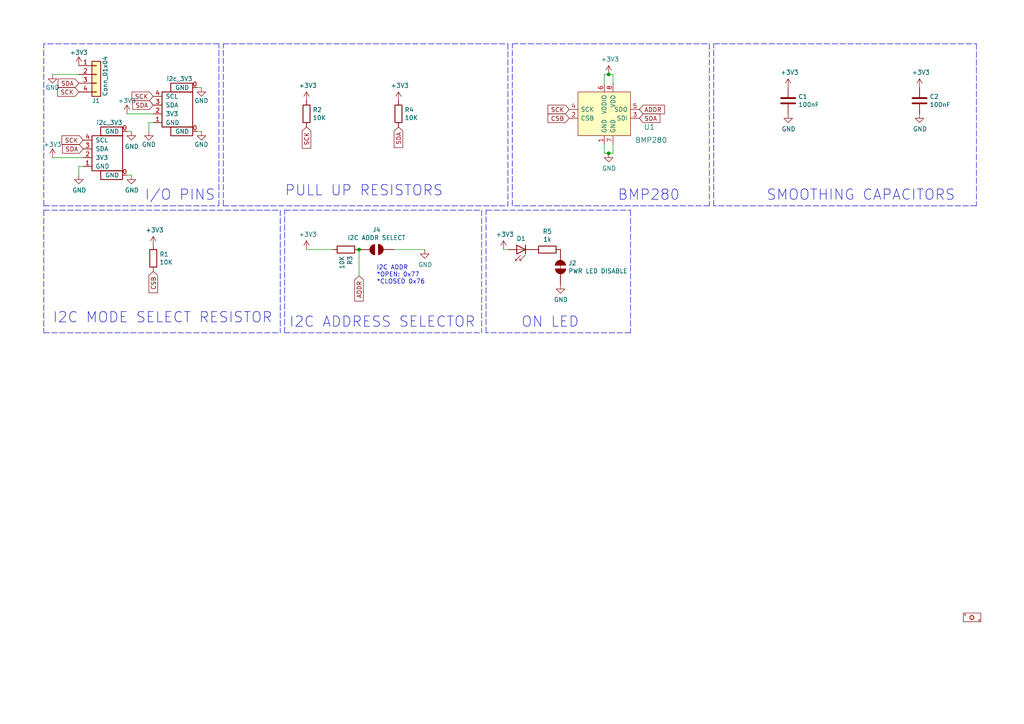
<source format=kicad_sch>
(kicad_sch (version 20211123) (generator eeschema)
  (paper "A4")
  (title_block (title "BMP280-module_3V3") (date "2021-01-04") (rev "0.2") (company "GroundStudio.ro") (comment 1 "Schematic: Victor"))
  (lib_symbols
    (symbol "BMP280_1" (pin_names (offset 0.762))
      (property "Reference" "U" (at -6.35 8.89 0))
      (property "Value" "BMP280_1" (at 5.08 -6.35 0))
      (symbol "BMP280_1_0_1"
        (rectangle (start 7.62 7.62) (end -7.62 -5.08) (fill (type background)))
      )
      (symbol "BMP280_1_1_1"
        (pin power_in line (at 0 -7.62 90) (length 2.54) (name "GND") (number "1"))
        (pin input line (at -10.16 0 0) (length 2.54) (name "CSB") (number "2"))
        (pin bidirectional line (at 10.16 0 180) (length 2.54) (name "SDI") (number "3"))
        (pin input line (at -10.16 2.54 0) (length 2.54) (name "SCK") (number "4"))
        (pin bidirectional line (at 10.16 2.54 180) (length 2.54) (name "SDO") (number "5"))
        (pin power_in line (at 0 10.16 270) (length 2.54) (name "VDDIO") (number "6"))
        (pin power_in line (at 2.54 -7.62 90) (length 2.54) (name "GND") (number "7"))
        (pin power_in line (at 2.54 10.16 270) (length 2.54) (name "VDD") (number "8"))
      )
    )
    (symbol "GS_Local:+3.3V" (power) (pin_names (offset 0))
      (property "Value" "+3.3V" (at 0 3.556 0))
      (symbol "+3.3V_0_1"
        (polyline (pts (xy -0.762 1.27) (xy 0 2.54)))
        (polyline (pts (xy 0 0) (xy 0 2.54)))
        (polyline (pts (xy 0 2.54) (xy 0.762 1.27)))
      )
      (symbol "+3.3V_1_1"
        (pin power_in line (at 0 0 90) (length 0) hide (name "+3V3") (number "1"))
      )
    )
    (symbol "GS_Local:+3V3" (power) (pin_names (offset 0))
      (property "Value" "+3V3" (at 0 3.556 0))
      (symbol "+3V3_0_1"
        (polyline (pts (xy -0.762 1.27) (xy 0 2.54)))
        (polyline (pts (xy 0 0) (xy 0 2.54)))
        (polyline (pts (xy 0 2.54) (xy 0.762 1.27)))
      )
      (symbol "+3V3_1_1"
        (pin power_in line (at 0 0 90) (length 0) hide (name "+3V3") (number "1"))
      )
    )
    (symbol "GS_Local:BMP280" (pin_names (offset 0.762))
      (property "Reference" "U" (at -6.35 8.89 0))
      (property "Value" "BMP280" (at 5.08 -6.35 0))
      (symbol "BMP280_0_1"
        (rectangle (start 7.62 7.62) (end -7.62 -5.08) (fill (type background)))
      )
      (symbol "BMP280_1_1"
        (pin power_in line (at 0 -7.62 90) (length 2.54) (name "GND") (number "1"))
        (pin input line (at -10.16 0 0) (length 2.54) (name "CSB") (number "2"))
        (pin bidirectional line (at 10.16 0 180) (length 2.54) (name "SDI") (number "3"))
        (pin input line (at -10.16 2.54 0) (length 2.54) (name "SCK") (number "4"))
        (pin bidirectional line (at 10.16 2.54 180) (length 2.54) (name "SDO") (number "5"))
        (pin power_in line (at 0 10.16 270) (length 2.54) (name "VDDIO") (number "6"))
        (pin power_in line (at 2.54 -7.62 90) (length 2.54) (name "GND") (number "7"))
        (pin power_in line (at 2.54 10.16 270) (length 2.54) (name "VDD") (number "8"))
      )
    )
    (symbol "GS_Local:C" (pin_numbers hide) (pin_names (offset 0.254))
      (property "Reference" "C" (at 0.635 2.54 0))
      (property "Value" "C" (at 0.635 -2.54 0))
      (symbol "C_0_1"
        (polyline (pts (xy -2.032 -0.762) (xy 2.032 -0.762)) (stroke (width 0.508)))
        (polyline (pts (xy -2.032 0.762) (xy 2.032 0.762)) (stroke (width 0.508)))
      )
      (symbol "C_1_1"
        (pin passive line (at 0 3.81 270) (length 2.794) (name "~") (number "1"))
        (pin passive line (at 0 -3.81 90) (length 2.794) (name "~") (number "2"))
      )
    )
    (symbol "GS_Local:Conn_01x04" (pin_names (offset 1.016) hide)
      (property "Reference" "J" (at 0 5.08 0))
      (property "Value" "Conn_01x04" (at 0 -7.62 0))
      (symbol "Conn_01x04_1_1"
        (rectangle (start -1.27 -4.953) (end 0 -5.207) (stroke (width 0.1524)))
        (rectangle (start -1.27 -2.413) (end 0 -2.667) (stroke (width 0.1524)))
        (rectangle (start -1.27 0.127) (end 0 -0.127) (stroke (width 0.1524)))
        (rectangle (start -1.27 2.667) (end 0 2.413) (stroke (width 0.1524)))
        (rectangle (start -1.27 3.81) (end 1.27 -6.35) (stroke (width 0.254)) (fill (type background)))
        (pin passive line (at -5.08 2.54 0) (length 3.81) (name "Pin_1") (number "1"))
        (pin passive line (at -5.08 0 0) (length 3.81) (name "Pin_2") (number "2"))
        (pin passive line (at -5.08 -2.54 0) (length 3.81) (name "Pin_3") (number "3"))
        (pin passive line (at -5.08 -5.08 0) (length 3.81) (name "Pin_4") (number "4"))
      )
    )
    (symbol "GS_Local:DY-IR333C-A" (pin_numbers hide) (pin_names (offset 1.016) hide)
      (property "Reference" "D" (at 0.508 1.778 0))
      (property "Value" "DY-IR333C-A" (at -1.016 -2.794 0))
      (symbol "DY-IR333C-A_0_1"
        (polyline (pts (xy -2.54 1.27) (xy -2.54 -1.27)) (stroke (width 0.254)))
        (polyline (pts (xy 0 0) (xy -2.54 0)))
        (polyline (pts (xy 0.381 3.175) (xy -0.127 3.175)))
        (polyline (pts (xy -1.143 1.651) (xy 0.381 3.175) (xy 0.381 2.667)))
        (polyline (pts (xy 0 -1.27) (xy -2.54 0) (xy 0 1.27) (xy 0 -1.27)) (stroke (width 0.254)))
        (polyline (pts (xy -2.413 1.651) (xy -0.889 3.175) (xy -0.889 2.667) (xy -0.889 3.175) (xy -1.397 3.175)))
      )
      (symbol "DY-IR333C-A_1_1"
        (pin passive line (at -5.08 0 0) (length 2.54) (name "K") (number "1"))
        (pin passive line (at 2.54 0 180) (length 2.54) (name "A") (number "2"))
      )
    )
    (symbol "GS_Local:GND" (power) (pin_names (offset 0))
      (property "Value" "GND" (at 0 -3.81 0))
      (symbol "GND_0_1"
        (polyline (pts (xy 0 0) (xy 0 -1.27) (xy 1.27 -1.27) (xy 0 -2.54) (xy -1.27 -1.27) (xy 0 -1.27)))
      )
      (symbol "GND_1_1"
        (pin power_in line (at 0 0 270) (length 0) hide (name "GND") (number "1"))
      )
    )
    (symbol "GS_Local:PCB" (pin_names (offset 1.016))
      (symbol "PCB_0_1"
        (rectangle (start -2.54 1.27) (end 2.54 -1.27))
        (circle (center -2.032 0.7874) (radius 0.1778) (fill (type background)))
        (rectangle (start -0.5334 0.4318) (end 0.381 -0.4826) (fill (type background)))
        (polyline (pts (xy -0.254 -0.4826) (xy -0.254 -0.7874)))
        (polyline (pts (xy 0.1016 -0.5334) (xy 0.1016 -0.8128)))
        (polyline (pts (xy 0.381 0.1524) (xy 0.6604 0.1524)))
        (polyline (pts (xy 0.4064 -0.2032) (xy 0.6858 -0.2032)))
      )
      (symbol "PCB_1_1"
        (polyline (pts (xy -0.8636 -0.2032) (xy -0.5842 -0.2032)))
        (polyline (pts (xy -0.8636 0.2032) (xy -0.5842 0.2032)))
        (polyline (pts (xy -0.254 0.508) (xy -0.254 0.7874)))
        (polyline (pts (xy 0.1016 0.508) (xy 0.1016 0.7874)))
        (circle (center 2.1082 -0.8128) (radius 0.1778) (fill (type background)))
      )
    )
    (symbol "GS_Local:R" (pin_numbers hide) (pin_names (offset 0))
      (property "Reference" "R" (at 2.032 0 90))
      (property "Value" "R" (at 0 0 90))
      (symbol "R_0_1"
        (rectangle (start -1.016 -2.54) (end 1.016 2.54) (stroke (width 0.254)))
      )
      (symbol "R_1_1"
        (pin passive line (at 0 3.81 270) (length 1.27) (name "~") (number "1"))
        (pin passive line (at 0 -3.81 90) (length 1.27) (name "~") (number "2"))
      )
    )
    (symbol "GS_Local:SolderJumper_NC" (pin_numbers hide) (pin_names (offset 0) hide)
      (property "Reference" "J" (at 0 10.16 0))
      (property "Value" "SolderJumper_NC" (at 3.81 0 90))
      (symbol "SolderJumper_NC_0_1"
        (polyline (pts (xy 1.524 0.508) (xy -1.524 0.508)))
        (polyline (pts (xy 0 0.6604) (xy 0 -0.6096) (xy 0.0508 -0.7112)))
        (arc (start 1.4986 0.508) (mid -0.0254 1.982) (end -1.5494 0.508) (fill (type outline)))
      )
      (symbol "SolderJumper_NC_1_1"
        (arc (start -1.4986 -0.508) (mid 0.0254 -1.982) (end 1.5494 -0.508) (fill (type outline)))
        (polyline (pts (xy -1.524 -0.508) (xy 1.524 -0.508)))
        (pin passive line (at 0 5.08 270) (length 2.9972) (name "1") (number "1"))
        (pin passive line (at 0 -5.08 90) (length 2.9972) (name "2") (number "2"))
      )
    )
    (symbol "GS_Local:SolderJumper_NO" (pin_numbers hide) (pin_names (offset 0) hide)
      (property "Reference" "J" (at 0 10.16 0))
      (property "Value" "SolderJumper_NO" (at 3.81 0 90))
      (symbol "SolderJumper_NO_0_1"
        (polyline (pts (xy 1.524 0.508) (xy -1.524 0.508)))
        (arc (start 1.4986 0.508) (mid -0.0254 1.982) (end -1.5494 0.508) (fill (type outline)))
      )
      (symbol "SolderJumper_NO_1_1"
        (arc (start -1.4986 -0.508) (mid 0.0254 -1.982) (end 1.5494 -0.508) (fill (type outline)))
        (polyline (pts (xy -1.524 -0.508) (xy 1.524 -0.508)))
        (pin passive line (at 0 5.08 270) (length 2.9972) (name "1") (number "1"))
        (pin passive line (at 0 -5.08 90) (length 2.9972) (name "2") (number "2"))
      )
    )
    (symbol "GS_Local:i2c_3V3" (pin_names (offset 1.016))
      (property "Value" "i2c_3V3" (at -6.35 7.62 0))
      (symbol "i2c_3V3_0_1"
        (rectangle (start -3.81 5.08) (end 5.08 -5.08) (stroke (width 0.254)))
        (rectangle (start 5.08 -5.08) (end -1.27 -7.62) (stroke (width 0.254)))
        (rectangle (start 5.08 5.08) (end -1.27 7.62) (stroke (width 0.254)))
      )
      (symbol "i2c_3V3_1_1"
        (pin input line (at 6.35 -6.35 180) (length 1.27) (name "GND") (number "0"))
        (pin input line (at 6.35 6.35 180) (length 1.27) (name "GND") (number "0"))
        (pin power_in line (at -6.35 -3.81 0) (length 2.54) (name "GND") (number "1"))
        (pin power_in line (at -6.35 -1.27 0) (length 2.54) (name "3V3") (number "2"))
        (pin bidirectional line (at -6.35 1.27 0) (length 2.54) (name "SDA") (number "3"))
        (pin bidirectional line (at -6.35 3.81 0) (length 2.54) (name "SCL") (number "4"))
      )
    )
  )
  (junction (at 104.14 72.39))
  (junction (at 176.53 21.59))
  (junction (at 176.53 44.45))
  (wire (pts (xy 22.86 50.8) (xy 22.86 48.26)))
  (polyline (pts (xy 64.77 59.69) (xy 147.32 59.69)))
  (wire (pts (xy 57.15 38.1) (xy 58.42 38.1)))
  (polyline (pts (xy 283.21 12.7) (xy 283.21 59.69)))
  (wire (pts (xy 175.26 41.91) (xy 175.26 44.45)))
  (wire (pts (xy 58.42 25.4) (xy 57.15 25.4)))
  (polyline (pts (xy 64.77 59.69) (xy 64.77 12.7)))
  (polyline (pts (xy 82.55 96.52) (xy 139.7 96.52)))
  (wire (pts (xy 36.83 50.8) (xy 38.1 50.8)))
  (wire (pts (xy 44.45 33.02) (xy 36.83 33.02)))
  (wire (pts (xy 175.26 24.13) (xy 175.26 21.59)))
  (polyline (pts (xy 63.5 59.69) (xy 63.5 12.7)))
  (wire (pts (xy 176.53 44.45) (xy 177.8 44.45)))
  (polyline (pts (xy 205.74 59.69) (xy 148.59 59.69)))
  (polyline (pts (xy 81.28 60.96) (xy 81.28 96.52)))
  (polyline (pts (xy 148.59 59.69) (xy 148.59 12.7)))
  (polyline (pts (xy 64.77 12.7) (xy 147.32 12.7)))
  (polyline (pts (xy 12.7 60.96) (xy 81.28 60.96)))
  (polyline (pts (xy 205.74 12.7) (xy 205.74 59.69)))
  (wire (pts (xy 175.26 21.59) (xy 176.53 21.59)))
  (polyline (pts (xy 82.55 96.52) (xy 82.55 60.96)))
  (polyline (pts (xy 63.5 12.7) (xy 12.7 12.7)))
  (polyline (pts (xy 140.97 96.52) (xy 140.97 60.96)))
  (wire (pts (xy 38.1 38.1) (xy 36.83 38.1)))
  (polyline (pts (xy 139.7 60.96) (xy 139.7 96.52)))
  (polyline (pts (xy 82.55 60.96) (xy 139.7 60.96)))
  (polyline (pts (xy 12.7 59.69) (xy 12.7 12.7)))
  (wire (pts (xy 43.18 38.1) (xy 43.18 35.56)))
  (wire (pts (xy 175.26 44.45) (xy 176.53 44.45)))
  (wire (pts (xy 177.8 41.91) (xy 177.8 44.45)))
  (polyline (pts (xy 12.7 60.96) (xy 12.7 96.52)))
  (wire (pts (xy 22.86 48.26) (xy 24.13 48.26)))
  (polyline (pts (xy 207.01 59.69) (xy 207.01 12.7)))
  (wire (pts (xy 177.8 21.59) (xy 177.8 24.13)))
  (wire (pts (xy 15.24 45.72) (xy 24.13 45.72)))
  (wire (pts (xy 104.14 72.39) (xy 104.14 80.01)))
  (polyline (pts (xy 12.7 96.52) (xy 81.28 96.52)))
  (polyline (pts (xy 283.21 59.69) (xy 207.01 59.69)))
  (polyline (pts (xy 140.97 60.96) (xy 182.88 60.96)))
  (polyline (pts (xy 12.7 59.69) (xy 63.5 59.69)))
  (wire (pts (xy 176.53 21.59) (xy 177.8 21.59)))
  (polyline (pts (xy 148.59 12.7) (xy 205.74 12.7)))
  (wire (pts (xy 146.05 72.39) (xy 147.32 72.39)))
  (polyline (pts (xy 182.88 60.96) (xy 182.88 96.52)))
  (wire (pts (xy 15.24 21.59) (xy 22.86 21.59)))
  (polyline (pts (xy 207.01 12.7) (xy 283.21 12.7)))
  (wire (pts (xy 114.3 72.39) (xy 123.19 72.39)))
  (wire (pts (xy 88.9 72.39) (xy 96.52 72.39)))
  (wire (pts (xy 43.18 35.56) (xy 44.45 35.56)))
  (polyline (pts (xy 182.88 96.52) (xy 140.97 96.52)))
  (polyline (pts (xy 147.32 12.7) (xy 147.32 59.69)))
  (text "I2C MODE SELECT RESISTOR" (at 15.24 93.98 0) (effects (font (size 2.9972 2.9972)) (justify left bottom)))
  (text "SMOOTHING CAPACITORS" (at 222.25 58.42 0) (effects (font (size 2.9972 2.9972)) (justify left bottom)))
  (text "PULL UP RESISTORS" (at 82.55 57.15 0) (effects (font (size 2.9972 2.9972)) (justify left bottom)))
  (text "I/O PINS" (at 41.91 58.42 0) (effects (font (size 2.9972 2.9972)) (justify left bottom)))
  (text "ON LED" (at 151.13 95.25 0) (effects (font (size 2.9972 2.9972)) (justify left bottom)))
  (text "I2C ADDR\n*OPEN: 0x77\n*CLOSED 0x76" (at 109.22 82.55 0) (effects (font (size 1.27 1.27)) (justify left bottom)))
  (text "I2C ADDRESS SELECTOR" (at 83.82 95.25 0) (effects (font (size 2.9972 2.9972)) (justify left bottom)))
  (text "BMP280" (at 179.07 58.42 0) (effects (font (size 2.9972 2.9972)) (justify left bottom)))
  (global_label "CSB" (shape input) (at 165.1 34.29 180) (property "Intersheet References" "${INTERSHEET_REFS}" (effects hide)))
  (global_label "SDA" (shape input) (at 185.42 34.29 0) (property "Intersheet References" "${INTERSHEET_REFS}" (effects hide)))
  (global_label "ADDR" (shape input) (at 185.42 31.75 0) (property "Intersheet References" "${INTERSHEET_REFS}" (effects hide)))
  (global_label "SDA" (shape input) (at 115.57 36.83 270) (property "Intersheet References" "${INTERSHEET_REFS}" (effects hide)))
  (global_label "SCK" (shape input) (at 22.86 26.67 180) (property "Intersheet References" "${INTERSHEET_REFS}" (effects hide)))
  (global_label "SDA" (shape input) (at 22.86 24.13 180) (property "Intersheet References" "${INTERSHEET_REFS}" (effects hide)))
  (global_label "SDA" (shape input) (at 44.45 30.48 180) (property "Intersheet References" "${INTERSHEET_REFS}" (effects hide)))
  (global_label "SCK" (shape input) (at 165.1 31.75 180) (property "Intersheet References" "${INTERSHEET_REFS}" (effects hide)))
  (global_label "SCK" (shape input) (at 88.9 36.83 270) (property "Intersheet References" "${INTERSHEET_REFS}" (effects hide)))
  (global_label "ADDR" (shape input) (at 104.14 80.01 270) (property "Intersheet References" "${INTERSHEET_REFS}" (effects hide)))
  (global_label "CSB" (shape input) (at 44.45 78.74 270) (property "Intersheet References" "${INTERSHEET_REFS}" (effects hide)))
  (global_label "SCK" (shape input) (at 44.45 27.94 180) (property "Intersheet References" "${INTERSHEET_REFS}" (effects hide)))
  (global_label "SDA" (shape input) (at 24.13 43.18 180) (property "Intersheet References" "${INTERSHEET_REFS}" (effects hide)))
  (global_label "SCK" (shape input) (at 24.13 40.64 180) (property "Intersheet References" "${INTERSHEET_REFS}" (effects hide)))
  (symbol (lib_name "BMP280_1") (lib_id "GS_Local:BMP280") (at 175.26 34.29 0) (unit 1)
    (property "Reference" "U1" (at 186.69 36.83 0) (effects (font (size 1.524 1.524)) (justify left)))
    (property "Value" "BMP280" (at 184.15 40.64 0) (effects (font (size 1.524 1.524)) (justify left)))
    (property "Footprint" "GS_Local:LGA-8_2x2.5mm_BMP&BME280" (effects hide))
    (property "Datasheet" "https://datasheet.lcsc.com/szlcsc/1811151536_Bosch-Sensortec-BMP280_C83291.pdf" (effects hide))
    (property "Digi-Key_PN" "828-1064-1-ND" (effects hide))
    (property "MPN" "BMP280" (effects hide))
    (property "LCSC" "C83291" (effects hide))
  )
  (symbol (lib_id "GS_Local:R") (at 88.9 33.02 0) (unit 1)
    (property "Reference" "R2" (at 90.678 31.8516 0) (effects (justify left)))
    (property "Value" "10K" (at 90.678 34.163 0) (effects (justify left)))
    (property "Footprint" "GS_Local:R_0402_1005Metric" (effects hide))
    (property "Datasheet" "https://datasheet.lcsc.com/szlcsc/1810111814_UNI-ROYAL-Uniroyal-Elec-0402WGF1003TCE_C25741.pdf" (effects hide))
    (property "MPN" "0402WGF1003TCE" (effects hide))
    (property "LCSC" "C25741" (effects hide))
  )
  (symbol (lib_id "GS_Local:R") (at 115.57 33.02 0) (unit 1)
    (property "Reference" "R4" (at 117.348 31.8516 0) (effects (justify left)))
    (property "Value" "10K" (at 117.348 34.163 0) (effects (justify left)))
    (property "Footprint" "GS_Local:R_0402_1005Metric" (effects hide))
    (property "Datasheet" "https://datasheet.lcsc.com/szlcsc/1810111814_UNI-ROYAL-Uniroyal-Elec-0402WGF1003TCE_C25741.pdf" (effects hide))
    (property "MPN" "0402WGF1003TCE" (effects hide))
    (property "LCSC" "C25741" (effects hide))
  )
  (symbol (lib_id "GS_Local:R") (at 44.45 74.93 0) (unit 1)
    (property "Reference" "R1" (at 46.228 73.7616 0) (effects (justify left)))
    (property "Value" "10K" (at 46.228 76.073 0) (effects (justify left)))
    (property "Footprint" "GS_Local:R_0402_1005Metric" (effects hide))
    (property "Datasheet" "https://datasheet.lcsc.com/szlcsc/1810111814_UNI-ROYAL-Uniroyal-Elec-0402WGF1003TCE_C25741.pdf" (effects hide))
    (property "MPN" "0402WGF1003TCE" (effects hide))
    (property "LCSC" "C25741" (effects hide))
  )
  (symbol (lib_id "GS_Local:R") (at 100.33 72.39 270) (unit 1)
    (property "Reference" "R3" (at 101.4984 74.168 0) (effects (justify left)))
    (property "Value" "10K" (at 99.187 74.168 0) (effects (justify left)))
    (property "Footprint" "GS_Local:R_0402_1005Metric" (effects hide))
    (property "Datasheet" "https://datasheet.lcsc.com/szlcsc/1810111814_UNI-ROYAL-Uniroyal-Elec-0402WGF1003TCE_C25741.pdf" (effects hide))
    (property "MPN" "0402WGF1003TCE" (effects hide))
    (property "LCSC" "C25741" (effects hide))
  )
  (symbol (lib_id "GS_Local:C") (at 228.6 29.21 0) (unit 1)
    (property "Reference" "C1" (at 231.521 28.0416 0) (effects (justify left)))
    (property "Value" "100nF" (at 231.521 30.353 0) (effects (justify left)))
    (property "Footprint" "GS_Local:C_0402_1005Metric" (effects hide))
    (property "Datasheet" "https://datasheet.lcsc.com/szlcsc/1912111437_Walsin-Tech-Corp-0402B104K100CT_C387941.pdf" (effects hide))
    (property "MPN" "0402B104K100CT" (effects hide))
    (property "LCSC" "C387941" (effects hide))
  )
  (symbol (lib_id "GS_Local:C") (at 266.7 29.21 0) (unit 1)
    (property "Reference" "C2" (at 269.621 28.0416 0) (effects (justify left)))
    (property "Value" "100nF" (at 269.621 30.353 0) (effects (justify left)))
    (property "Footprint" "GS_Local:C_0402_1005Metric" (effects hide))
    (property "Datasheet" "https://datasheet.lcsc.com/szlcsc/1912111437_Walsin-Tech-Corp-0402B104K100CT_C387941.pdf" (effects hide))
    (property "MPN" "0402B104K100CT" (effects hide))
    (property "LCSC" "C387941" (effects hide))
  )
  (symbol (lib_id "GS_Local:+3.3V") (at 22.86 19.05 0) (unit 1)
    (property "Reference" "#PWR04" (effects hide))
    (property "Value" "+3.3V" (at 22.86 15.24 0))
  )
  (symbol (lib_id "GS_Local:GND") (at 15.24 21.59 0) (unit 1)
    (property "Reference" "#PWR02" (effects hide))
    (property "Value" "GND" (at 15.24 25.4 0))
  )
  (symbol (lib_id "GS_Local:GND") (at 176.53 44.45 0) (unit 1)
    (property "Reference" "#PWR013" (effects hide))
    (property "Value" "GND" (at 176.657 48.8442 0))
  )
  (symbol (lib_id "GS_Local:+3.3V") (at 176.53 21.59 0) (unit 1)
    (property "Reference" "#PWR012" (effects hide))
    (property "Value" "+3.3V" (at 176.911 17.1958 0))
  )
  (symbol (lib_id "GS_Local:+3.3V") (at 88.9 29.21 0) (unit 1)
    (property "Reference" "#PWR08" (effects hide))
    (property "Value" "+3.3V" (at 89.281 24.8158 0))
  )
  (symbol (lib_id "GS_Local:+3.3V") (at 115.57 29.21 0) (unit 1)
    (property "Reference" "#PWR010" (effects hide))
    (property "Value" "+3.3V" (at 115.951 24.8158 0))
  )
  (symbol (lib_id "GS_Local:+3.3V") (at 44.45 71.12 0) (unit 1)
    (property "Reference" "#PWR07" (effects hide))
    (property "Value" "+3.3V" (at 44.831 66.7258 0))
  )
  (symbol (lib_id "GS_Local:+3.3V") (at 228.6 25.4 0) (unit 1)
    (property "Reference" "#PWR014" (effects hide))
    (property "Value" "+3.3V" (at 228.981 21.0058 0))
  )
  (symbol (lib_id "GS_Local:GND") (at 228.6 33.02 0) (unit 1)
    (property "Reference" "#PWR015" (effects hide))
    (property "Value" "GND" (at 228.727 37.4142 0))
  )
  (symbol (lib_id "GS_Local:GND") (at 266.7 33.02 0) (unit 1)
    (property "Reference" "#PWR017" (effects hide))
    (property "Value" "GND" (at 266.827 37.4142 0))
  )
  (symbol (lib_id "GS_Local:+3.3V") (at 266.7 25.4 0) (unit 1)
    (property "Reference" "#PWR016" (effects hide))
    (property "Value" "+3.3V" (at 267.081 21.0058 0))
  )
  (symbol (lib_id "GS_Local:GND") (at 123.19 72.39 0) (unit 1)
    (property "Reference" "#PWR09" (effects hide))
    (property "Value" "GND" (at 123.317 76.7842 0))
  )
  (symbol (lib_id "GS_Local:+3V3") (at 88.9 72.39 0) (unit 1)
    (property "Reference" "#PWR011" (effects hide))
    (property "Value" "+3V3" (at 89.281 67.9958 0))
  )
  (symbol (lib_id "GS_Local:Conn_01x04") (at 27.94 21.59 0) (unit 1)
    (property "Reference" "J1" (at 26.67 29.21 0) (effects (justify left)))
    (property "Value" "Conn_01x04" (at 30.48 27.94 90) (effects (justify left)))
    (property "Footprint" "GS_Local:PinHeader_1x04_P2.54mm_Vertical_Male" (effects hide))
    (property "Datasheet" "https://datasheet.lcsc.com/szlcsc/1912111437_MINTRON-MTP125-1104S1_C358686.pdf" (effects hide))
    (property "MPN" "MTP125-1104S1" (effects hide))
    (property "LCSC" "C358686" (effects hide))
  )
  (symbol (lib_id "GS_Local:+3V3") (at 36.83 33.02 0) (unit 1)
    (property "Reference" "#PWR05" (effects hide))
    (property "Value" "+3V3" (at 36.83 29.21 0))
  )
  (symbol (lib_id "GS_Local:+3V3") (at 15.24 45.72 0) (unit 1)
    (property "Reference" "#PWR01" (effects hide))
    (property "Value" "+3V3" (at 15.24 41.91 0))
  )
  (symbol (lib_id "GS_Local:GND") (at 43.18 38.1 0) (unit 1)
    (property "Reference" "#PWR06" (effects hide))
    (property "Value" "GND" (at 43.18 41.91 0))
  )
  (symbol (lib_id "GS_Local:GND") (at 22.86 50.8 0) (unit 1)
    (property "Reference" "#PWR03" (effects hide))
    (property "Value" "GND" (at 22.987 55.1942 0))
  )
  (symbol (lib_id "GS_Local:SolderJumper_NO") (at 109.22 72.39 270) (unit 1)
    (property "Reference" "J4" (at 109.22 66.6496 90))
    (property "Value" "I2C ADDR SELECT" (at 109.22 68.961 90))
    (property "Footprint" "GS_Local:SolderJumper_NO" (effects hide))
  )
  (symbol (lib_id "GS_Local:i2c_3V3") (at 30.48 44.45 0) (unit 1)
    (property "Reference" "X1" (effects hide))
    (property "Value" "i2c_3V3" (at 27.94 35.56 0) (effects (justify left)))
    (property "Footprint" "GS_Local:SH__1x04_P1.00mm_Horizontal" (effects hide))
    (property "Datasheet" "https://datasheet.lcsc.com/szlcsc/1811082116_BOOMELE-Boom-Precision-Elec-C145956_C145956.pdf" (effects hide))
    (property "MPN" "C145956" (effects hide))
    (property "LCSC" "C145956" (effects hide))
  )
  (symbol (lib_id "GS_Local:i2c_3V3") (at 50.8 31.75 0) (unit 1)
    (property "Reference" "X2" (effects hide))
    (property "Value" "i2c_3V3" (at 48.26 22.86 0) (effects (justify left)))
    (property "Footprint" "GS_Local:SH__1x04_P1.00mm_Horizontal" (effects hide))
    (property "Datasheet" "https://datasheet.lcsc.com/szlcsc/1811082116_BOOMELE-Boom-Precision-Elec-C145956_C145956.pdf" (effects hide))
    (property "MPN" "C145956" (effects hide))
    (property "LCSC" "C145956" (effects hide))
  )
  (symbol (lib_id "GS_Local:PCB") (at 281.94 179.07 0) (unit 1)
    (property "Reference" "P1" (effects hide))
    (property "Value" "PCB" (effects hide))
    (property "MPN" "CZAGCO_GS_PCB" (effects hide))
  )
  (symbol (lib_id "GS_Local:GND") (at 38.1 50.8 0) (unit 1)
    (property "Reference" "#PWR0101" (effects hide))
    (property "Value" "GND" (at 38.227 55.1942 0))
  )
  (symbol (lib_id "GS_Local:GND") (at 38.1 38.1 0) (unit 1)
    (property "Reference" "#PWR0102" (effects hide))
    (property "Value" "GND" (at 38.227 42.4942 0))
  )
  (symbol (lib_id "GS_Local:GND") (at 58.42 38.1 0) (unit 1)
    (property "Reference" "#PWR0103" (effects hide))
    (property "Value" "GND" (at 58.42 41.91 0))
  )
  (symbol (lib_id "GS_Local:GND") (at 58.42 25.4 0) (unit 1)
    (property "Reference" "#PWR0104" (effects hide))
    (property "Value" "GND" (at 58.42 29.21 0))
  )
  (symbol (lib_id "GS_Local:+3.3V") (at 146.05 72.39 0) (unit 1)
    (property "Reference" "#PWR0105" (effects hide))
    (property "Value" "+3.3V" (at 146.431 67.9958 0))
  )
  (symbol (lib_id "GS_Local:GND") (at 162.56 82.55 0) (unit 1)
    (property "Reference" "#PWR0106" (effects hide))
    (property "Value" "GND" (at 162.687 86.9442 0))
  )
  (symbol (lib_id "GS_Local:SolderJumper_NC") (at 162.56 77.47 0) (unit 1)
    (property "Reference" "J2" (at 164.8206 76.3016 0) (effects (justify left)))
    (property "Value" "PWR LED DISABLE" (at 164.8206 78.613 0) (effects (justify left)))
    (property "Footprint" "GS_Local:SolderJumper_NC" (effects hide))
  )
  (symbol (lib_id "GS_Local:DY-IR333C-A") (at 149.86 72.39 180) (unit 1)
    (property "Reference" "D1" (at 151.13 69.1896 0))
    (property "Value" "RED" (effects hide))
    (property "Footprint" "GS_Local:LED_0402_1005Metric" (effects hide))
    (property "Datasheet" "https://datasheet.lcsc.com/szlcsc/2009251739_TUOZHAN-TZ-P2-0402RTIA1-0-45T_C779449.pdf" (effects hide))
    (property "MPN" "TZ-P2-0402RTIA1-0.45T" (effects hide))
    (property "LCSC" "C779449" (effects hide))
  )
  (symbol (lib_id "GS_Local:R") (at 158.75 72.39 90) (unit 1)
    (property "Reference" "R5" (at 158.75 67.1322 90))
    (property "Value" "1k" (at 158.75 69.4436 90))
    (property "Footprint" "GS_Local:R_0402_1005Metric" (effects hide))
    (property "Datasheet" "https://datasheet.lcsc.com/szlcsc/1811141734_FH-Guangdong-Fenghua-Advanced-Tech-RC-02W1001FT_C226166.pdf" (effects hide))
    (property "MPN" "RC-02W1001FT" (effects hide))
    (property "LCSC" "C226166" (effects hide))
  )
)
</source>
